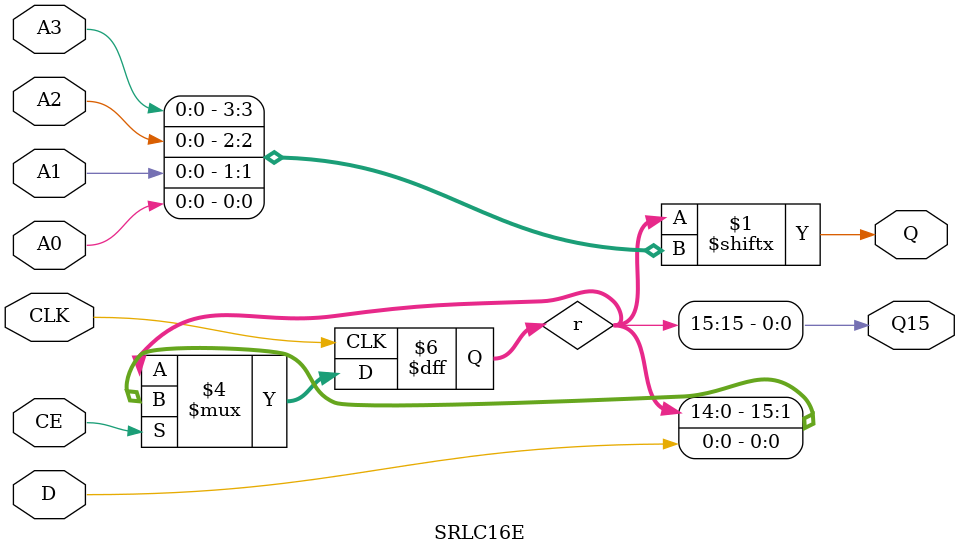
<source format=v>
module SRLC16E (
  output Q,
  output Q15,
  input A0, A1, A2, A3, CE,
  (* clkbuf_sink *)
  (* invertible_pin = "IS_CLK_INVERTED" *)
  input CLK,
  input D
);
  parameter [15:0] INIT = 16'h0000;
  parameter [0:0] IS_CLK_INVERTED = 1'b0;
  reg [15:0] r = INIT;
  assign Q15 = r[15];
  assign Q = r[{A3,A2,A1,A0}];
  generate
    if (IS_CLK_INVERTED) begin
      always @(negedge CLK) if (CE) r <= { r[14:0], D };
    end
    else
      always @(posedge CLK) if (CE) r <= { r[14:0], D };
  endgenerate
  specify
    // Max delay from: https://github.com/SymbiFlow/prjxray-db/blob/34ea6eb08a63d21ec16264ad37a0a7b142ff6031/artix7/timings/CLBLM_R.sdf#L912
    $setup(D , posedge CLK &&& !IS_CLK_INVERTED, 173);
    $setup(D , negedge CLK &&&  IS_CLK_INVERTED, 173);
    // https://github.com/SymbiFlow/prjxray-db/blob/23c8b0851f979f0799318eaca90174413a46b257/artix7/timings/slicel.sdf#L248
    $setup(CE, posedge CLK &&& !IS_CLK_INVERTED, 109);
    $setup(CE, negedge CLK &&&  IS_CLK_INVERTED, 109);
    // Max delay from: https://github.com/SymbiFlow/prjxray-db/blob/34ea6eb08a63d21ec16264ad37a0a7b142ff6031/artix7/timings/CLBLM_R.sdf#L905
    if (!IS_CLK_INVERTED && CE) (posedge CLK => (Q : D)) = 1472;
    if ( IS_CLK_INVERTED && CE) (negedge CLK => (Q : D)) = 1472;
    // Max delay from: https://github.com/SymbiFlow/prjxray-db/blob/34ea6eb08a63d21ec16264ad37a0a7b142ff6031/artix7/timings/CLBLM_R.sdf#L904
    if (!IS_CLK_INVERTED && CE) (posedge CLK => (Q15 : 1'bx)) = 1114;
    if ( IS_CLK_INVERTED && CE) (negedge CLK => (Q15 : 1'bx)) = 1114;
    (A0 => Q) = 631;
    (A1 => Q) = 472;
    (A2 => Q) = 407;
    (A3 => Q) = 238;
  endspecify
endmodule
</source>
